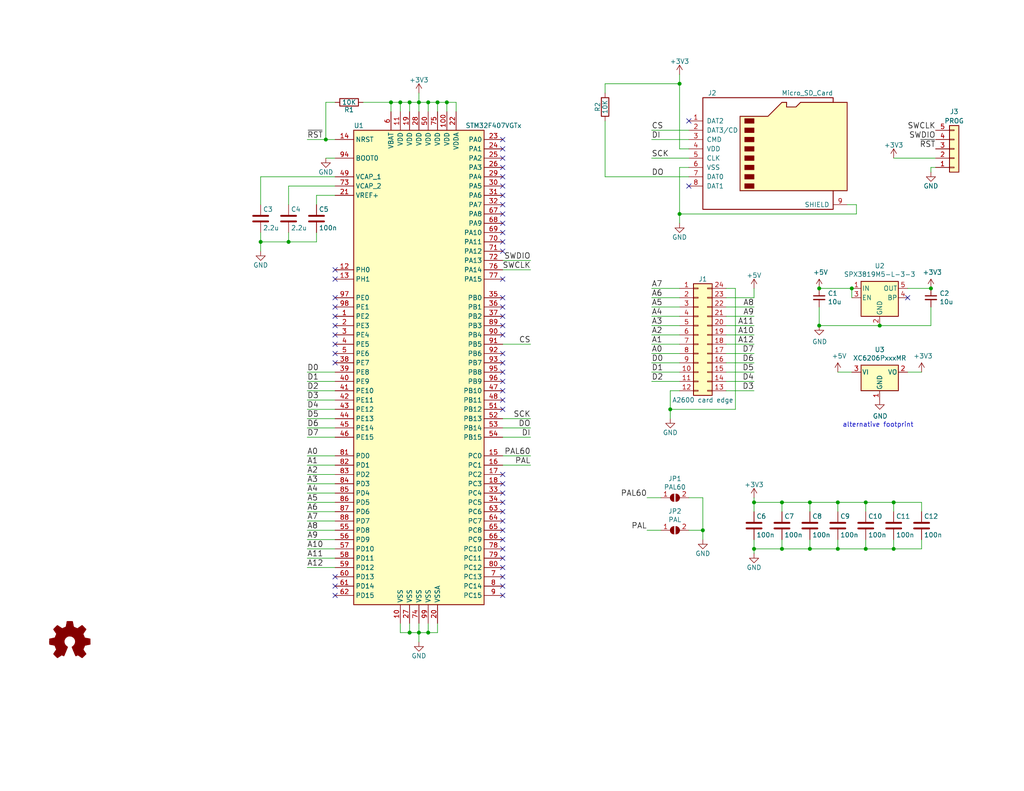
<source format=kicad_sch>
(kicad_sch (version 20230121) (generator eeschema)
  (paper "USLetter")
  (title_block (title "UnoCart 2600") (date "2023-03-01") (rev "0.1") (company "FLACO 2023") (comment 1 "Original idea and design : https://github.com/robinhedwards/UnoCart-2600") (comment 2 "Inspired by : https://github.com/rglenn/unocart2600-pcb"))
  (lib_symbols
    (symbol "Connector:Micro_SD_Card" (pin_names (offset 1.016))
      (property "Reference" "J" (at -16.51 15.24 0))
      (property "Value" "Micro_SD_Card" (at 16.51 15.24 0))
      (symbol "Micro_SD_Card_0_1"
        (rectangle (start -7.62 -9.525) (end -5.08 -10.795) (fill (type outline)))
        (rectangle (start -7.62 -6.985) (end -5.08 -8.255) (fill (type outline)))
        (rectangle (start -7.62 -4.445) (end -5.08 -5.715) (fill (type outline)))
        (rectangle (start -7.62 -1.905) (end -5.08 -3.175) (fill (type outline)))
        (rectangle (start -7.62 0.635) (end -5.08 -0.635) (fill (type outline)))
        (rectangle (start -7.62 3.175) (end -5.08 1.905) (fill (type outline)))
        (rectangle (start -7.62 5.715) (end -5.08 4.445) (fill (type outline)))
        (rectangle (start -7.62 8.255) (end -5.08 6.985) (fill (type outline)))
        (polyline (pts (xy 16.51 12.7) (xy 16.51 13.97) (xy -19.05 13.97) (xy -19.05 -16.51) (xy 16.51 -16.51) (xy 16.51 -11.43)) (stroke (width 0.254)))
        (polyline (pts (xy -8.89 -11.43) (xy -8.89 8.89) (xy -1.27 8.89) (xy 2.54 12.7) (xy 3.81 12.7) (xy 3.81 11.43) (xy 6.35 11.43) (xy 7.62 12.7) (xy 20.32 12.7) (xy 20.32 -11.43) (xy -8.89 -11.43)) (stroke (width 0.254)) (fill (type background)))
      )
      (symbol "Micro_SD_Card_1_1"
        (pin bidirectional line (at -22.86 7.62 0) (length 3.81) (name "DAT2") (number "1"))
        (pin bidirectional line (at -22.86 5.08 0) (length 3.81) (name "DAT3/CD") (number "2"))
        (pin input line (at -22.86 2.54 0) (length 3.81) (name "CMD") (number "3"))
        (pin power_in line (at -22.86 0 0) (length 3.81) (name "VDD") (number "4"))
        (pin input line (at -22.86 -2.54 0) (length 3.81) (name "CLK") (number "5"))
        (pin power_in line (at -22.86 -5.08 0) (length 3.81) (name "VSS") (number "6"))
        (pin bidirectional line (at -22.86 -7.62 0) (length 3.81) (name "DAT0") (number "7"))
        (pin bidirectional line (at -22.86 -10.16 0) (length 3.81) (name "DAT1") (number "8"))
        (pin passive line (at 20.32 -15.24 180) (length 3.81) (name "SHIELD") (number "9"))
      )
    )
    (symbol "Connector_Generic:Conn_01x05" (pin_names (offset 1.016) hide)
      (property "Reference" "J" (at 0 7.62 0))
      (property "Value" "Conn_01x05" (at 0 -7.62 0))
      (symbol "Conn_01x05_1_1"
        (rectangle (start -1.27 -4.953) (end 0 -5.207) (stroke (width 0.1524)))
        (rectangle (start -1.27 -2.413) (end 0 -2.667) (stroke (width 0.1524)))
        (rectangle (start -1.27 0.127) (end 0 -0.127) (stroke (width 0.1524)))
        (rectangle (start -1.27 2.667) (end 0 2.413) (stroke (width 0.1524)))
        (rectangle (start -1.27 5.207) (end 0 4.953) (stroke (width 0.1524)))
        (rectangle (start -1.27 6.35) (end 1.27 -6.35) (stroke (width 0.254)) (fill (type background)))
        (pin passive line (at -5.08 5.08 0) (length 3.81) (name "Pin_1") (number "1"))
        (pin passive line (at -5.08 2.54 0) (length 3.81) (name "Pin_2") (number "2"))
        (pin passive line (at -5.08 0 0) (length 3.81) (name "Pin_3") (number "3"))
        (pin passive line (at -5.08 -2.54 0) (length 3.81) (name "Pin_4") (number "4"))
        (pin passive line (at -5.08 -5.08 0) (length 3.81) (name "Pin_5") (number "5"))
      )
    )
    (symbol "Connector_Generic:Conn_02x12_Counter_Clockwise" (pin_names (offset 1.016) hide)
      (property "Reference" "J" (at 1.27 15.24 0))
      (property "Value" "Conn_02x12_Counter_Clockwise" (at 1.27 -17.78 0))
      (symbol "Conn_02x12_Counter_Clockwise_1_1"
        (rectangle (start -1.27 -15.113) (end 0 -15.367) (stroke (width 0.1524)))
        (rectangle (start -1.27 -12.573) (end 0 -12.827) (stroke (width 0.1524)))
        (rectangle (start -1.27 -10.033) (end 0 -10.287) (stroke (width 0.1524)))
        (rectangle (start -1.27 -7.493) (end 0 -7.747) (stroke (width 0.1524)))
        (rectangle (start -1.27 -4.953) (end 0 -5.207) (stroke (width 0.1524)))
        (rectangle (start -1.27 -2.413) (end 0 -2.667) (stroke (width 0.1524)))
        (rectangle (start -1.27 0.127) (end 0 -0.127) (stroke (width 0.1524)))
        (rectangle (start -1.27 2.667) (end 0 2.413) (stroke (width 0.1524)))
        (rectangle (start -1.27 5.207) (end 0 4.953) (stroke (width 0.1524)))
        (rectangle (start -1.27 7.747) (end 0 7.493) (stroke (width 0.1524)))
        (rectangle (start -1.27 10.287) (end 0 10.033) (stroke (width 0.1524)))
        (rectangle (start -1.27 12.827) (end 0 12.573) (stroke (width 0.1524)))
        (rectangle (start -1.27 13.97) (end 3.81 -16.51) (stroke (width 0.254)) (fill (type background)))
        (rectangle (start 3.81 -15.113) (end 2.54 -15.367) (stroke (width 0.1524)))
        (rectangle (start 3.81 -12.573) (end 2.54 -12.827) (stroke (width 0.1524)))
        (rectangle (start 3.81 -10.033) (end 2.54 -10.287) (stroke (width 0.1524)))
        (rectangle (start 3.81 -7.493) (end 2.54 -7.747) (stroke (width 0.1524)))
        (rectangle (start 3.81 -4.953) (end 2.54 -5.207) (stroke (width 0.1524)))
        (rectangle (start 3.81 -2.413) (end 2.54 -2.667) (stroke (width 0.1524)))
        (rectangle (start 3.81 0.127) (end 2.54 -0.127) (stroke (width 0.1524)))
        (rectangle (start 3.81 2.667) (end 2.54 2.413) (stroke (width 0.1524)))
        (rectangle (start 3.81 5.207) (end 2.54 4.953) (stroke (width 0.1524)))
        (rectangle (start 3.81 7.747) (end 2.54 7.493) (stroke (width 0.1524)))
        (rectangle (start 3.81 10.287) (end 2.54 10.033) (stroke (width 0.1524)))
        (rectangle (start 3.81 12.827) (end 2.54 12.573) (stroke (width 0.1524)))
        (pin passive line (at -5.08 12.7 0) (length 3.81) (name "Pin_1") (number "1"))
        (pin passive line (at -5.08 -10.16 0) (length 3.81) (name "Pin_10") (number "10"))
        (pin passive line (at -5.08 -12.7 0) (length 3.81) (name "Pin_11") (number "11"))
        (pin passive line (at -5.08 -15.24 0) (length 3.81) (name "Pin_12") (number "12"))
        (pin passive line (at 7.62 -15.24 180) (length 3.81) (name "Pin_13") (number "13"))
        (pin passive line (at 7.62 -12.7 180) (length 3.81) (name "Pin_14") (number "14"))
        (pin passive line (at 7.62 -10.16 180) (length 3.81) (name "Pin_15") (number "15"))
        (pin passive line (at 7.62 -7.62 180) (length 3.81) (name "Pin_16") (number "16"))
        (pin passive line (at 7.62 -5.08 180) (length 3.81) (name "Pin_17") (number "17"))
        (pin passive line (at 7.62 -2.54 180) (length 3.81) (name "Pin_18") (number "18"))
        (pin passive line (at 7.62 0 180) (length 3.81) (name "Pin_19") (number "19"))
        (pin passive line (at -5.08 10.16 0) (length 3.81) (name "Pin_2") (number "2"))
        (pin passive line (at 7.62 2.54 180) (length 3.81) (name "Pin_20") (number "20"))
        (pin passive line (at 7.62 5.08 180) (length 3.81) (name "Pin_21") (number "21"))
        (pin passive line (at 7.62 7.62 180) (length 3.81) (name "Pin_22") (number "22"))
        (pin passive line (at 7.62 10.16 180) (length 3.81) (name "Pin_23") (number "23"))
        (pin passive line (at 7.62 12.7 180) (length 3.81) (name "Pin_24") (number "24"))
        (pin passive line (at -5.08 7.62 0) (length 3.81) (name "Pin_3") (number "3"))
        (pin passive line (at -5.08 5.08 0) (length 3.81) (name "Pin_4") (number "4"))
        (pin passive line (at -5.08 2.54 0) (length 3.81) (name "Pin_5") (number "5"))
        (pin passive line (at -5.08 0 0) (length 3.81) (name "Pin_6") (number "6"))
        (pin passive line (at -5.08 -2.54 0) (length 3.81) (name "Pin_7") (number "7"))
        (pin passive line (at -5.08 -5.08 0) (length 3.81) (name "Pin_8") (number "8"))
        (pin passive line (at -5.08 -7.62 0) (length 3.81) (name "Pin_9") (number "9"))
      )
    )
    (symbol "Device:C" (pin_numbers hide) (pin_names (offset 0.254))
      (property "Reference" "C" (at 0.635 2.54 0))
      (property "Value" "C" (at 0.635 -2.54 0))
      (symbol "C_0_1"
        (polyline (pts (xy -2.032 -0.762) (xy 2.032 -0.762)) (stroke (width 0.508)))
        (polyline (pts (xy -2.032 0.762) (xy 2.032 0.762)) (stroke (width 0.508)))
      )
      (symbol "C_1_1"
        (pin passive line (at 0 3.81 270) (length 2.794) (name "~") (number "1"))
        (pin passive line (at 0 -3.81 90) (length 2.794) (name "~") (number "2"))
      )
    )
    (symbol "Device:C_Small" (pin_numbers hide) (pin_names (offset 0.254) hide)
      (property "Reference" "C" (at 0.254 1.778 0))
      (property "Value" "C_Small" (at 0.254 -2.032 0))
      (symbol "C_Small_0_1"
        (polyline (pts (xy -1.524 -0.508) (xy 1.524 -0.508)) (stroke (width 0.3302)))
        (polyline (pts (xy -1.524 0.508) (xy 1.524 0.508)) (stroke (width 0.3048)))
      )
      (symbol "C_Small_1_1"
        (pin passive line (at 0 2.54 270) (length 2.032) (name "~") (number "1"))
        (pin passive line (at 0 -2.54 90) (length 2.032) (name "~") (number "2"))
      )
    )
    (symbol "Device:R" (pin_numbers hide) (pin_names (offset 0))
      (property "Reference" "R" (at 2.032 0 90))
      (property "Value" "R" (at 0 0 90))
      (symbol "R_0_1"
        (rectangle (start -1.016 -2.54) (end 1.016 2.54) (stroke (width 0.254)))
      )
      (symbol "R_1_1"
        (pin passive line (at 0 3.81 270) (length 1.27) (name "~") (number "1"))
        (pin passive line (at 0 -3.81 90) (length 1.27) (name "~") (number "2"))
      )
    )
    (symbol "Graphic:Logo_Open_Hardware_Small" (in_bom no) (on_board no)
      (symbol "Logo_Open_Hardware_Small_0_1"
        (polyline (pts (xy 3.3528 -4.3434) (xy 3.302 -4.318) (xy 3.175 -4.2418) (xy 2.9972 -4.1148) (xy 2.7686 -3.9624) (xy 2.54 -3.81) (xy 2.3622 -3.7084) (xy 2.2352 -3.6068) (xy 2.1844 -3.5814) (xy 2.159 -3.6068) (xy 2.0574 -3.6576) (xy 1.905 -3.7338) (xy 1.8034 -3.7846) (xy 1.6764 -3.8354) (xy 1.6002 -3.8354) (xy 1.6002 -3.8354) (xy 1.5494 -3.7338) (xy 1.4732 -3.5306) (xy 1.3462 -3.302) (xy 1.2446 -3.0226) (xy 1.1176 -2.7178) (xy 0.9652 -2.413) (xy 0.8636 -2.1082) (xy 0.7366 -1.8288) (xy 0.6604 -1.6256) (xy 0.6096 -1.4732) (xy 0.5842 -1.397) (xy 0.5842 -1.397) (xy 0.6604 -1.3208) (xy 0.7874 -1.2446) (xy 1.0414 -1.016) (xy 1.2954 -0.6858) (xy 1.4478 -0.3302) (xy 1.524 0.0762) (xy 1.4732 0.4572) (xy 1.3208 0.8128) (xy 1.0668 1.143) (xy 0.762 1.3716) (xy 0.4064 1.524) (xy 0 1.5748) (xy -0.381 1.5494) (xy -0.7366 1.397) (xy -1.0668 1.143) (xy -1.2192 0.9906) (xy -1.397 0.6604) (xy -1.524 0.3048) (xy -1.524 0.2286) (xy -1.4986 -0.1778) (xy -1.397 -0.5334) (xy -1.1938 -0.8636) (xy -0.9144 -1.143) (xy -0.8636 -1.1684) (xy -0.7366 -1.27) (xy -0.635 -1.3462) (xy -0.5842 -1.397) (xy -1.0668 -2.5908) (xy -1.143 -2.794) (xy -1.2954 -3.1242) (xy -1.397 -3.4036) (xy -1.4986 -3.6322) (xy -1.5748 -3.7846) (xy -1.6002 -3.8354) (xy -1.6002 -3.8354) (xy -1.651 -3.8354) (xy -1.7272 -3.81) (xy -1.905 -3.7338) (xy -2.0066 -3.683) (xy -2.1336 -3.6068) (xy -2.2098 -3.5814) (xy -2.2606 -3.6068) (xy -2.3622 -3.683) (xy -2.54 -3.81) (xy -2.7686 -3.9624) (xy -2.9718 -4.0894) (xy -3.1496 -4.2164) (xy -3.302 -4.318) (xy -3.3528 -4.3434) (xy -3.3782 -4.3434) (xy -3.429 -4.318) (xy -3.5306 -4.2164) (xy -3.7084 -4.064) (xy -3.937 -3.8354) (xy -3.9624 -3.81) (xy -4.1656 -3.6068) (xy -4.318 -3.4544) (xy -4.4196 -3.3274) (xy -4.445 -3.2766) (xy -4.445 -3.2766) (xy -4.4196 -3.2258) (xy -4.318 -3.0734) (xy -4.2164 -2.8956) (xy -4.064 -2.667) (xy -3.6576 -2.0828) (xy -3.8862 -1.5494) (xy -3.937 -1.3716) (xy -4.0386 -1.1684) (xy -4.0894 -1.0414) (xy -4.1148 -0.9652) (xy -4.191 -0.9398) (xy -4.318 -0.9144) (xy -4.5466 -0.8636) (xy -4.8006 -0.8128) (xy -5.0546 -0.7874) (xy -5.2578 -0.7366) (xy -5.4356 -0.7112) (xy -5.5118 -0.6858) (xy -5.5118 -0.6858) (xy -5.5372 -0.635) (xy -5.5372 -0.5588) (xy -5.5372 -0.4318) (xy -5.5626 -0.2286) (xy -5.5626 0.0762) (xy -5.5626 0.127) (xy -5.5372 0.4064) (xy -5.5372 0.635) (xy -5.5372 0.762) (xy -5.5372 0.8382) (xy -5.5372 0.8382) (xy -5.461 0.8382) (xy -5.3086 0.889) (xy -5.08 0.9144) (xy -4.826 0.9652) (xy -4.8006 0.9906) (xy -4.5466 1.0414) (xy -4.318 1.0668) (xy -4.1656 1.1176) (xy -4.0894 1.143) (xy -4.0894 1.143) (xy -4.0386 1.2446) (xy -3.9624 1.4224) (xy -3.8608 1.6256) (xy -3.7846 1.8288) (xy -3.7084 2.0066) (xy -3.6576 2.159) (xy -3.6322 2.2098) (xy -3.6322 2.2098) (xy -3.683 2.286) (xy -3.7592 2.413) (xy -3.8862 2.5908) (xy -4.064 2.8194) (xy -4.064 2.8448) (xy -4.2164 3.0734) (xy -4.3434 3.2512) (xy -4.4196 3.3782) (xy -4.445 3.4544) (xy -4.445 3.4544) (xy -4.3942 3.5052) (xy -4.2926 3.6322) (xy -4.1148 3.81) (xy -3.937 4.0132) (xy -3.8608 4.064) (xy -3.6576 4.2926) (xy -3.5052 4.4196) (xy -3.4036 4.4958) (xy -3.3528 4.5212) (xy -3.3528 4.5212) (xy -3.302 4.4704) (xy -3.1496 4.3688) (xy -2.9718 4.2418) (xy -2.7432 4.0894) (xy -2.7178 4.0894) (xy -2.4892 3.937) (xy -2.3114 3.81) (xy -2.1844 3.7084) (xy -2.1336 3.683) (xy -2.1082 3.683) (xy -2.032 3.7084) (xy -1.8542 3.7592) (xy -1.6764 3.8354) (xy -1.4732 3.937) (xy -1.27 4.0132) (xy -1.143 4.064) (xy -1.0668 4.1148) (xy -1.0668 4.1148) (xy -1.0414 4.191) (xy -1.016 4.3434) (xy -0.9652 4.572) (xy -0.9144 4.8514) (xy -0.889 4.9022) (xy -0.8382 5.1562) (xy -0.8128 5.3848) (xy -0.7874 5.5372) (xy -0.762 5.588) (xy -0.7112 5.6134) (xy -0.5842 5.6134) (xy -0.4064 5.6134) (xy -0.1524 5.6134) (xy 0.0762 5.6134) (xy 0.3302 5.6134) (xy 0.5334 5.6134) (xy 0.6858 5.588) (xy 0.7366 5.588) (xy 0.7366 5.588) (xy 0.762 5.5118) (xy 0.8128 5.334) (xy 0.8382 5.1054) (xy 0.9144 4.826) (xy 0.9144 4.7752) (xy 0.9652 4.5212) (xy 1.016 4.2926) (xy 1.0414 4.1402) (xy 1.0668 4.0894) (xy 1.0668 4.0894) (xy 1.1938 4.0386) (xy 1.3716 3.9624) (xy 1.5748 3.8608) (xy 2.0828 3.6576) (xy 2.7178 4.0894) (xy 2.7686 4.1402) (xy 2.9972 4.2926) (xy 3.175 4.4196) (xy 3.302 4.4958) (xy 3.3782 4.5212) (xy 3.3782 4.5212) (xy 3.429 4.4704) (xy 3.556 4.3434) (xy 3.7338 4.191) (xy 3.9116 3.9878) (xy 4.064 3.8354) (xy 4.2418 3.6576) (xy 4.3434 3.556) (xy 4.4196 3.4798) (xy 4.4196 3.429) (xy 4.4196 3.4036) (xy 4.3942 3.3274) (xy 4.2926 3.2004) (xy 4.1656 2.9972) (xy 4.0132 2.794) (xy 3.8862 2.5908) (xy 3.7592 2.3876) (xy 3.6576 2.2352) (xy 3.6322 2.159) (xy 3.6322 2.1336) (xy 3.683 2.0066) (xy 3.7592 1.8288) (xy 3.8608 1.6002) (xy 4.064 1.1176) (xy 4.3942 1.0414) (xy 4.5974 1.016) (xy 4.8768 0.9652) (xy 5.1308 0.9144) (xy 5.5372 0.8382) (xy 5.5626 -0.6604) (xy 5.4864 -0.6858) (xy 5.4356 -0.6858) (xy 5.2832 -0.7366) (xy 5.0546 -0.762) (xy 4.8006 -0.8128) (xy 4.5974 -0.8636) (xy 4.3688 -0.9144) (xy 4.2164 -0.9398) (xy 4.1402 -0.9398) (xy 4.1148 -0.9652) (xy 4.064 -1.0668) (xy 3.9878 -1.2446) (xy 3.9116 -1.4478) (xy 3.81 -1.651) (xy 3.7338 -1.8542) (xy 3.683 -2.0066) (xy 3.6576 -2.0828) (xy 3.683 -2.1336) (xy 3.7846 -2.2606) (xy 3.8862 -2.4638) (xy 4.0386 -2.667) (xy 4.191 -2.8956) (xy 4.318 -3.0734) (xy 4.3942 -3.2004) (xy 4.445 -3.2766) (xy 4.4196 -3.3274) (xy 4.3434 -3.429) (xy 4.1656 -3.5814) (xy 3.937 -3.8354) (xy 3.8862 -3.8608) (xy 3.683 -4.064) (xy 3.5306 -4.2164) (xy 3.4036 -4.318) (xy 3.3528 -4.3434)) (fill (type outline)))
      )
    )
    (symbol "Jumper:SolderJumper_2_Open" (pin_names (offset 0) hide)
      (property "Reference" "JP" (at 0 2.032 0))
      (property "Value" "SolderJumper_2_Open" (at 0 -2.54 0))
      (symbol "SolderJumper_2_Open_0_1"
        (arc (start -0.254 1.016) (mid -1.2656 0) (end -0.254 -1.016))
        (arc (start -0.254 1.016) (mid -1.2656 0) (end -0.254 -1.016) (fill (type outline)))
        (polyline (pts (xy -0.254 1.016) (xy -0.254 -1.016)))
        (polyline (pts (xy 0.254 1.016) (xy 0.254 -1.016)))
        (arc (start 0.254 -1.016) (mid 1.2656 0) (end 0.254 1.016))
        (arc (start 0.254 -1.016) (mid 1.2656 0) (end 0.254 1.016) (fill (type outline)))
      )
      (symbol "SolderJumper_2_Open_1_1"
        (pin passive line (at -3.81 0 0) (length 2.54) (name "A") (number "1"))
        (pin passive line (at 3.81 0 180) (length 2.54) (name "B") (number "2"))
      )
    )
    (symbol "MCU_ST_STM32F41:STM32F407VGTx"
      (property "Reference" "U" (at -17.78 64.77 0))
      (property "Value" "STM32F407VGTx" (at 12.7 64.77 0))
      (symbol "STM32F407VGTx_0_1"
        (rectangle (start -17.78 -66.04) (end 17.78 63.5) (stroke (width 0.254)) (fill (type background)))
      )
      (symbol "STM32F407VGTx_1_1"
        (pin bidirectional line (at -22.86 12.7 0) (length 5.08) (name "PE2") (number "1"))
        (pin power_in line (at -5.08 -71.12 90) (length 5.08) (name "VSS") (number "10"))
        (pin power_in line (at 7.62 68.58 270) (length 5.08) (name "VDD") (number "100"))
        (pin power_in line (at -5.08 68.58 270) (length 5.08) (name "VDD") (number "11"))
        (pin input line (at -22.86 25.4 0) (length 5.08) (name "PH0") (number "12"))
        (pin input line (at -22.86 22.86 0) (length 5.08) (name "PH1") (number "13"))
        (pin input line (at -22.86 60.96 0) (length 5.08) (name "NRST") (number "14"))
        (pin bidirectional line (at 22.86 -25.4 180) (length 5.08) (name "PC0") (number "15"))
        (pin bidirectional line (at 22.86 -27.94 180) (length 5.08) (name "PC1") (number "16"))
        (pin bidirectional line (at 22.86 -30.48 180) (length 5.08) (name "PC2") (number "17"))
        (pin bidirectional line (at 22.86 -33.02 180) (length 5.08) (name "PC3") (number "18"))
        (pin power_in line (at -2.54 68.58 270) (length 5.08) (name "VDD") (number "19"))
        (pin bidirectional line (at -22.86 10.16 0) (length 5.08) (name "PE3") (number "2"))
        (pin power_in line (at 5.08 -71.12 90) (length 5.08) (name "VSSA") (number "20"))
        (pin power_in line (at -22.86 45.72 0) (length 5.08) (name "VREF+") (number "21"))
        (pin power_in line (at 10.16 68.58 270) (length 5.08) (name "VDDA") (number "22"))
        (pin bidirectional line (at 22.86 60.96 180) (length 5.08) (name "PA0") (number "23"))
        (pin bidirectional line (at 22.86 58.42 180) (length 5.08) (name "PA1") (number "24"))
        (pin bidirectional line (at 22.86 55.88 180) (length 5.08) (name "PA2") (number "25"))
        (pin bidirectional line (at 22.86 53.34 180) (length 5.08) (name "PA3") (number "26"))
        (pin power_in line (at -2.54 -71.12 90) (length 5.08) (name "VSS") (number "27"))
        (pin power_in line (at 0 68.58 270) (length 5.08) (name "VDD") (number "28"))
        (pin bidirectional line (at 22.86 50.8 180) (length 5.08) (name "PA4") (number "29"))
        (pin bidirectional line (at -22.86 7.62 0) (length 5.08) (name "PE4") (number "3"))
        (pin bidirectional line (at 22.86 48.26 180) (length 5.08) (name "PA5") (number "30"))
        (pin bidirectional line (at 22.86 45.72 180) (length 5.08) (name "PA6") (number "31"))
        (pin bidirectional line (at 22.86 43.18 180) (length 5.08) (name "PA7") (number "32"))
        (pin bidirectional line (at 22.86 -35.56 180) (length 5.08) (name "PC4") (number "33"))
        (pin bidirectional line (at 22.86 -38.1 180) (length 5.08) (name "PC5") (number "34"))
        (pin bidirectional line (at 22.86 17.78 180) (length 5.08) (name "PB0") (number "35"))
        (pin bidirectional line (at 22.86 15.24 180) (length 5.08) (name "PB1") (number "36"))
        (pin bidirectional line (at 22.86 12.7 180) (length 5.08) (name "PB2") (number "37"))
        (pin bidirectional line (at -22.86 0 0) (length 5.08) (name "PE7") (number "38"))
        (pin bidirectional line (at -22.86 -2.54 0) (length 5.08) (name "PE8") (number "39"))
        (pin bidirectional line (at -22.86 5.08 0) (length 5.08) (name "PE5") (number "4"))
        (pin bidirectional line (at -22.86 -5.08 0) (length 5.08) (name "PE9") (number "40"))
        (pin bidirectional line (at -22.86 -7.62 0) (length 5.08) (name "PE10") (number "41"))
        (pin bidirectional line (at -22.86 -10.16 0) (length 5.08) (name "PE11") (number "42"))
        (pin bidirectional line (at -22.86 -12.7 0) (length 5.08) (name "PE12") (number "43"))
        (pin bidirectional line (at -22.86 -15.24 0) (length 5.08) (name "PE13") (number "44"))
        (pin bidirectional line (at -22.86 -17.78 0) (length 5.08) (name "PE14") (number "45"))
        (pin bidirectional line (at -22.86 -20.32 0) (length 5.08) (name "PE15") (number "46"))
        (pin bidirectional line (at 22.86 -7.62 180) (length 5.08) (name "PB10") (number "47"))
        (pin bidirectional line (at 22.86 -10.16 180) (length 5.08) (name "PB11") (number "48"))
        (pin power_in line (at -22.86 50.8 0) (length 5.08) (name "VCAP_1") (number "49"))
        (pin bidirectional line (at -22.86 2.54 0) (length 5.08) (name "PE6") (number "5"))
        (pin power_in line (at 2.54 68.58 270) (length 5.08) (name "VDD") (number "50"))
        (pin bidirectional line (at 22.86 -12.7 180) (length 5.08) (name "PB12") (number "51"))
        (pin bidirectional line (at 22.86 -15.24 180) (length 5.08) (name "PB13") (number "52"))
        (pin bidirectional line (at 22.86 -17.78 180) (length 5.08) (name "PB14") (number "53"))
        (pin bidirectional line (at 22.86 -20.32 180) (length 5.08) (name "PB15") (number "54"))
        (pin bidirectional line (at -22.86 -45.72 0) (length 5.08) (name "PD8") (number "55"))
        (pin bidirectional line (at -22.86 -48.26 0) (length 5.08) (name "PD9") (number "56"))
        (pin bidirectional line (at -22.86 -50.8 0) (length 5.08) (name "PD10") (number "57"))
        (pin bidirectional line (at -22.86 -53.34 0) (length 5.08) (name "PD11") (number "58"))
        (pin bidirectional line (at -22.86 -55.88 0) (length 5.08) (name "PD12") (number "59"))
        (pin power_in line (at -7.62 68.58 270) (length 5.08) (name "VBAT") (number "6"))
        (pin bidirectional line (at -22.86 -58.42 0) (length 5.08) (name "PD13") (number "60"))
        (pin bidirectional line (at -22.86 -60.96 0) (length 5.08) (name "PD14") (number "61"))
        (pin bidirectional line (at -22.86 -63.5 0) (length 5.08) (name "PD15") (number "62"))
        (pin bidirectional line (at 22.86 -40.64 180) (length 5.08) (name "PC6") (number "63"))
        (pin bidirectional line (at 22.86 -43.18 180) (length 5.08) (name "PC7") (number "64"))
        (pin bidirectional line (at 22.86 -45.72 180) (length 5.08) (name "PC8") (number "65"))
        (pin bidirectional line (at 22.86 -48.26 180) (length 5.08) (name "PC9") (number "66"))
        (pin bidirectional line (at 22.86 40.64 180) (length 5.08) (name "PA8") (number "67"))
        (pin bidirectional line (at 22.86 38.1 180) (length 5.08) (name "PA9") (number "68"))
        (pin bidirectional line (at 22.86 35.56 180) (length 5.08) (name "PA10") (number "69"))
        (pin bidirectional line (at 22.86 -58.42 180) (length 5.08) (name "PC13") (number "7"))
        (pin bidirectional line (at 22.86 33.02 180) (length 5.08) (name "PA11") (number "70"))
        (pin bidirectional line (at 22.86 30.48 180) (length 5.08) (name "PA12") (number "71"))
        (pin bidirectional line (at 22.86 27.94 180) (length 5.08) (name "PA13") (number "72"))
        (pin power_in line (at -22.86 48.26 0) (length 5.08) (name "VCAP_2") (number "73"))
        (pin power_in line (at 0 -71.12 90) (length 5.08) (name "VSS") (number "74"))
        (pin power_in line (at 5.08 68.58 270) (length 5.08) (name "VDD") (number "75"))
        (pin bidirectional line (at 22.86 25.4 180) (length 5.08) (name "PA14") (number "76"))
        (pin bidirectional line (at 22.86 22.86 180) (length 5.08) (name "PA15") (number "77"))
        (pin bidirectional line (at 22.86 -50.8 180) (length 5.08) (name "PC10") (number "78"))
        (pin bidirectional line (at 22.86 -53.34 180) (length 5.08) (name "PC11") (number "79"))
        (pin bidirectional line (at 22.86 -60.96 180) (length 5.08) (name "PC14") (number "8"))
        (pin bidirectional line (at 22.86 -55.88 180) (length 5.08) (name "PC12") (number "80"))
        (pin bidirectional line (at -22.86 -25.4 0) (length 5.08) (name "PD0") (number "81"))
        (pin bidirectional line (at -22.86 -27.94 0) (length 5.08) (name "PD1") (number "82"))
        (pin bidirectional line (at -22.86 -30.48 0) (length 5.08) (name "PD2") (number "83"))
        (pin bidirectional line (at -22.86 -33.02 0) (length 5.08) (name "PD3") (number "84"))
        (pin bidirectional line (at -22.86 -35.56 0) (length 5.08) (name "PD4") (number "85"))
        (pin bidirectional line (at -22.86 -38.1 0) (length 5.08) (name "PD5") (number "86"))
        (pin bidirectional line (at -22.86 -40.64 0) (length 5.08) (name "PD6") (number "87"))
        (pin bidirectional line (at -22.86 -43.18 0) (length 5.08) (name "PD7") (number "88"))
        (pin bidirectional line (at 22.86 10.16 180) (length 5.08) (name "PB3") (number "89"))
        (pin bidirectional line (at 22.86 -63.5 180) (length 5.08) (name "PC15") (number "9"))
        (pin bidirectional line (at 22.86 7.62 180) (length 5.08) (name "PB4") (number "90"))
        (pin bidirectional line (at 22.86 5.08 180) (length 5.08) (name "PB5") (number "91"))
        (pin bidirectional line (at 22.86 2.54 180) (length 5.08) (name "PB6") (number "92"))
        (pin bidirectional line (at 22.86 0 180) (length 5.08) (name "PB7") (number "93"))
        (pin input line (at -22.86 55.88 0) (length 5.08) (name "BOOT0") (number "94"))
        (pin bidirectional line (at 22.86 -2.54 180) (length 5.08) (name "PB8") (number "95"))
        (pin bidirectional line (at 22.86 -5.08 180) (length 5.08) (name "PB9") (number "96"))
        (pin bidirectional line (at -22.86 17.78 0) (length 5.08) (name "PE0") (number "97"))
        (pin bidirectional line (at -22.86 15.24 0) (length 5.08) (name "PE1") (number "98"))
        (pin power_in line (at 2.54 -71.12 90) (length 5.08) (name "VSS") (number "99"))
      )
    )
    (symbol "Regulator_Linear:SPX3819M5-L-3-3" (pin_names (offset 0.254))
      (property "Reference" "U" (at -3.81 5.715 0))
      (property "Value" "SPX3819M5-L-3-3" (at 0 5.715 0))
      (symbol "SPX3819M5-L-3-3_0_1"
        (rectangle (start -5.08 4.445) (end 5.08 -5.08) (stroke (width 0.254)) (fill (type background)))
      )
      (symbol "SPX3819M5-L-3-3_1_1"
        (pin power_in line (at -7.62 2.54 0) (length 2.54) (name "IN") (number "1"))
        (pin power_in line (at 0 -7.62 90) (length 2.54) (name "GND") (number "2"))
        (pin input line (at -7.62 0 0) (length 2.54) (name "EN") (number "3"))
        (pin input line (at 7.62 0 180) (length 2.54) (name "BP") (number "4"))
        (pin power_out line (at 7.62 2.54 180) (length 2.54) (name "OUT") (number "5"))
      )
    )
    (symbol "Regulator_Linear:XC6206PxxxMR" (pin_names (offset 0.254))
      (property "Reference" "U" (at -3.81 3.175 0))
      (property "Value" "XC6206PxxxMR" (at 0 3.175 0))
      (symbol "XC6206PxxxMR_0_1"
        (rectangle (start -5.08 1.905) (end 5.08 -5.08) (stroke (width 0.254)) (fill (type background)))
      )
      (symbol "XC6206PxxxMR_1_1"
        (pin power_in line (at 0 -7.62 90) (length 2.54) (name "GND") (number "1"))
        (pin power_out line (at 7.62 0 180) (length 2.54) (name "VO") (number "2"))
        (pin power_in line (at -7.62 0 0) (length 2.54) (name "VI") (number "3"))
      )
    )
    (symbol "power:+3.3V" (power) (pin_names (offset 0))
      (property "Value" "+3.3V" (at 0 3.556 0))
      (symbol "+3.3V_0_1"
        (polyline (pts (xy -0.762 1.27) (xy 0 2.54)))
        (polyline (pts (xy 0 0) (xy 0 2.54)))
        (polyline (pts (xy 0 2.54) (xy 0.762 1.27)))
      )
      (symbol "+3.3V_1_1"
        (pin power_in line (at 0 0 90) (length 0) hide (name "+3V3") (number "1"))
      )
    )
    (symbol "power:+3V3" (power) (pin_names (offset 0))
      (property "Value" "+3V3" (at 0 3.556 0))
      (symbol "+3V3_0_1"
        (polyline (pts (xy -0.762 1.27) (xy 0 2.54)))
        (polyline (pts (xy 0 0) (xy 0 2.54)))
        (polyline (pts (xy 0 2.54) (xy 0.762 1.27)))
      )
      (symbol "+3V3_1_1"
        (pin power_in line (at 0 0 90) (length 0) hide (name "+3V3") (number "1"))
      )
    )
    (symbol "power:+5V" (power) (pin_names (offset 0))
      (property "Value" "+5V" (at 0 3.556 0))
      (symbol "+5V_0_1"
        (polyline (pts (xy -0.762 1.27) (xy 0 2.54)))
        (polyline (pts (xy 0 0) (xy 0 2.54)))
        (polyline (pts (xy 0 2.54) (xy 0.762 1.27)))
      )
      (symbol "+5V_1_1"
        (pin power_in line (at 0 0 90) (length 0) hide (name "+5V") (number "1"))
      )
    )
    (symbol "power:GND" (power) (pin_names (offset 0))
      (property "Value" "GND" (at 0 -3.81 0))
      (symbol "GND_0_1"
        (polyline (pts (xy 0 0) (xy 0 -1.27) (xy 1.27 -1.27) (xy 0 -2.54) (xy -1.27 -1.27) (xy 0 -1.27)))
      )
      (symbol "GND_1_1"
        (pin power_in line (at 0 0 270) (length 0) hide (name "GND") (number "1"))
      )
    )
  )
  (junction (at 205.74 149.86))
  (junction (at 213.36 137.16))
  (junction (at 185.42 58.42))
  (junction (at 111.76 27.94))
  (junction (at 114.3 172.72))
  (junction (at 236.22 149.86))
  (junction (at 116.84 172.72))
  (junction (at 243.84 137.16))
  (junction (at 240.03 88.9))
  (junction (at 182.88 111.76))
  (junction (at 88.9 38.1))
  (junction (at 223.52 88.9))
  (junction (at 106.68 27.94))
  (junction (at 185.42 22.86))
  (junction (at 116.84 27.94))
  (junction (at 213.36 149.86))
  (junction (at 78.74 66.04))
  (junction (at 114.3 27.94))
  (junction (at 232.41 78.74))
  (junction (at 71.12 66.04))
  (junction (at 243.84 149.86))
  (junction (at 111.76 172.72))
  (junction (at 191.77 144.78))
  (junction (at 220.98 137.16))
  (junction (at 119.38 27.94))
  (junction (at 223.52 78.74))
  (junction (at 228.6 149.86))
  (junction (at 109.22 27.94))
  (junction (at 228.6 137.16))
  (junction (at 220.98 149.86))
  (junction (at 121.92 27.94))
  (junction (at 205.74 137.16))
  (junction (at 254 78.74))
  (junction (at 236.22 137.16))
  (no_connect (at 91.44 86.36))
  (no_connect (at 91.44 157.48))
  (no_connect (at 137.16 45.72))
  (no_connect (at 137.16 43.18))
  (no_connect (at 137.16 139.7))
  (no_connect (at 91.44 160.02))
  (no_connect (at 137.16 137.16))
  (no_connect (at 91.44 96.52))
  (no_connect (at 137.16 104.14))
  (no_connect (at 137.16 55.88))
  (no_connect (at 137.16 132.08))
  (no_connect (at 137.16 86.36))
  (no_connect (at 137.16 83.82))
  (no_connect (at 137.16 68.58))
  (no_connect (at 91.44 81.28))
  (no_connect (at 137.16 149.86))
  (no_connect (at 137.16 152.4))
  (no_connect (at 91.44 99.06))
  (no_connect (at 137.16 40.64))
  (no_connect (at 91.44 162.56))
  (no_connect (at 137.16 96.52))
  (no_connect (at 137.16 99.06))
  (no_connect (at 137.16 109.22))
  (no_connect (at 137.16 91.44))
  (no_connect (at 137.16 53.34))
  (no_connect (at 137.16 63.5))
  (no_connect (at 91.44 76.2))
  (no_connect (at 137.16 101.6))
  (no_connect (at 137.16 38.1))
  (no_connect (at 137.16 58.42))
  (no_connect (at 137.16 147.32))
  (no_connect (at 187.96 50.8))
  (no_connect (at 137.16 106.68))
  (no_connect (at 91.44 93.98))
  (no_connect (at 91.44 73.66))
  (no_connect (at 137.16 129.54))
  (no_connect (at 137.16 154.94))
  (no_connect (at 137.16 81.28))
  (no_connect (at 91.44 83.82))
  (no_connect (at 137.16 157.48))
  (no_connect (at 137.16 50.8))
  (no_connect (at 137.16 142.24))
  (no_connect (at 187.96 33.02))
  (no_connect (at 247.65 81.28))
  (no_connect (at 91.44 91.44))
  (no_connect (at 137.16 134.62))
  (no_connect (at 137.16 162.56))
  (no_connect (at 137.16 111.76))
  (no_connect (at 137.16 160.02))
  (no_connect (at 137.16 88.9))
  (no_connect (at 137.16 60.96))
  (no_connect (at 137.16 144.78))
  (no_connect (at 137.16 76.2))
  (no_connect (at 137.16 66.04))
  (no_connect (at 137.16 48.26))
  (no_connect (at 91.44 88.9))
  (wire (pts (xy 228.6 139.7) (xy 228.6 137.16)))
  (wire (pts (xy 177.8 81.28) (xy 185.42 81.28)))
  (wire (pts (xy 185.42 83.82) (xy 177.8 83.82)))
  (wire (pts (xy 165.1 48.26) (xy 165.1 33.02)))
  (wire (pts (xy 185.42 93.98) (xy 177.8 93.98)))
  (wire (pts (xy 198.12 83.82) (xy 205.74 83.82)))
  (wire (pts (xy 220.98 137.16) (xy 228.6 137.16)))
  (wire (pts (xy 137.16 116.84) (xy 144.78 116.84)))
  (wire (pts (xy 177.8 38.1) (xy 187.96 38.1)))
  (wire (pts (xy 83.82 106.68) (xy 91.44 106.68)))
  (wire (pts (xy 109.22 27.94) (xy 111.76 27.94)))
  (wire (pts (xy 83.82 154.94) (xy 91.44 154.94)))
  (wire (pts (xy 165.1 48.26) (xy 187.96 48.26)))
  (wire (pts (xy 91.44 109.22) (xy 83.82 109.22)))
  (wire (pts (xy 88.9 38.1) (xy 91.44 38.1)))
  (wire (pts (xy 205.74 137.16) (xy 205.74 139.7)))
  (wire (pts (xy 220.98 147.32) (xy 220.98 149.86)))
  (wire (pts (xy 254 83.82) (xy 254 88.9)))
  (wire (pts (xy 111.76 30.48) (xy 111.76 27.94)))
  (wire (pts (xy 220.98 149.86) (xy 228.6 149.86)))
  (wire (pts (xy 71.12 63.5) (xy 71.12 66.04)))
  (wire (pts (xy 114.3 172.72) (xy 116.84 172.72)))
  (wire (pts (xy 228.6 137.16) (xy 236.22 137.16)))
  (wire (pts (xy 88.9 27.94) (xy 91.44 27.94)))
  (wire (pts (xy 187.96 135.89) (xy 191.77 135.89)))
  (wire (pts (xy 111.76 170.18) (xy 111.76 172.72)))
  (wire (pts (xy 114.3 170.18) (xy 114.3 172.72)))
  (wire (pts (xy 91.44 134.62) (xy 83.82 134.62)))
  (wire (pts (xy 99.06 27.94) (xy 106.68 27.94)))
  (wire (pts (xy 185.42 22.86) (xy 165.1 22.86)))
  (wire (pts (xy 185.42 58.42) (xy 233.68 58.42)))
  (wire (pts (xy 177.8 91.44) (xy 185.42 91.44)))
  (wire (pts (xy 185.42 99.06) (xy 177.8 99.06)))
  (wire (pts (xy 187.96 144.78) (xy 191.77 144.78)))
  (wire (pts (xy 144.78 114.3) (xy 137.16 114.3)))
  (wire (pts (xy 106.68 27.94) (xy 109.22 27.94)))
  (wire (pts (xy 236.22 139.7) (xy 236.22 137.16)))
  (wire (pts (xy 185.42 40.64) (xy 185.42 22.86)))
  (wire (pts (xy 220.98 137.16) (xy 220.98 139.7)))
  (wire (pts (xy 86.36 53.34) (xy 86.36 55.88)))
  (wire (pts (xy 228.6 149.86) (xy 236.22 149.86)))
  (wire (pts (xy 191.77 135.89) (xy 191.77 144.78)))
  (wire (pts (xy 247.65 101.6) (xy 251.46 101.6)))
  (wire (pts (xy 83.82 101.6) (xy 91.44 101.6)))
  (wire (pts (xy 236.22 149.86) (xy 243.84 149.86)))
  (wire (pts (xy 200.66 78.74) (xy 200.66 111.76)))
  (wire (pts (xy 205.74 86.36) (xy 198.12 86.36)))
  (wire (pts (xy 243.84 137.16) (xy 251.46 137.16)))
  (wire (pts (xy 254 45.72) (xy 254 46.99)))
  (wire (pts (xy 144.78 127) (xy 137.16 127)))
  (wire (pts (xy 124.46 27.94) (xy 124.46 30.48)))
  (wire (pts (xy 205.74 137.16) (xy 213.36 137.16)))
  (wire (pts (xy 111.76 172.72) (xy 114.3 172.72)))
  (wire (pts (xy 111.76 27.94) (xy 114.3 27.94)))
  (wire (pts (xy 91.44 114.3) (xy 83.82 114.3)))
  (wire (pts (xy 198.12 91.44) (xy 205.74 91.44)))
  (wire (pts (xy 86.36 66.04) (xy 86.36 63.5)))
  (wire (pts (xy 187.96 43.18) (xy 177.8 43.18)))
  (wire (pts (xy 71.12 66.04) (xy 78.74 66.04)))
  (wire (pts (xy 185.42 22.86) (xy 185.42 20.32)))
  (wire (pts (xy 255.27 45.72) (xy 254 45.72)))
  (wire (pts (xy 83.82 139.7) (xy 91.44 139.7)))
  (wire (pts (xy 121.92 27.94) (xy 124.46 27.94)))
  (wire (pts (xy 182.88 111.76) (xy 182.88 114.3)))
  (wire (pts (xy 213.36 137.16) (xy 213.36 139.7)))
  (wire (pts (xy 232.41 78.74) (xy 223.52 78.74)))
  (wire (pts (xy 205.74 88.9) (xy 198.12 88.9)))
  (wire (pts (xy 180.34 135.89) (xy 176.53 135.89)))
  (wire (pts (xy 91.44 53.34) (xy 86.36 53.34)))
  (wire (pts (xy 243.84 149.86) (xy 243.84 147.32)))
  (wire (pts (xy 109.22 172.72) (xy 111.76 172.72)))
  (wire (pts (xy 187.96 45.72) (xy 185.42 45.72)))
  (wire (pts (xy 213.36 137.16) (xy 220.98 137.16)))
  (wire (pts (xy 83.82 149.86) (xy 91.44 149.86)))
  (wire (pts (xy 223.52 88.9) (xy 223.52 83.82)))
  (wire (pts (xy 182.88 106.68) (xy 185.42 106.68)))
  (wire (pts (xy 233.68 58.42) (xy 233.68 55.88)))
  (wire (pts (xy 243.84 43.18) (xy 255.27 43.18)))
  (wire (pts (xy 198.12 78.74) (xy 200.66 78.74)))
  (wire (pts (xy 106.68 30.48) (xy 106.68 27.94)))
  (wire (pts (xy 144.78 71.12) (xy 137.16 71.12)))
  (wire (pts (xy 228.6 147.32) (xy 228.6 149.86)))
  (wire (pts (xy 198.12 96.52) (xy 205.74 96.52)))
  (wire (pts (xy 177.8 96.52) (xy 185.42 96.52)))
  (wire (pts (xy 251.46 149.86) (xy 251.46 147.32)))
  (wire (pts (xy 114.3 27.94) (xy 116.84 27.94)))
  (wire (pts (xy 78.74 50.8) (xy 78.74 55.88)))
  (wire (pts (xy 205.74 149.86) (xy 213.36 149.86)))
  (wire (pts (xy 198.12 101.6) (xy 205.74 101.6)))
  (wire (pts (xy 185.42 45.72) (xy 185.42 58.42)))
  (wire (pts (xy 91.44 116.84) (xy 83.82 116.84)))
  (wire (pts (xy 91.44 129.54) (xy 83.82 129.54)))
  (wire (pts (xy 185.42 88.9) (xy 177.8 88.9)))
  (wire (pts (xy 116.84 30.48) (xy 116.84 27.94)))
  (wire (pts (xy 144.78 124.46) (xy 137.16 124.46)))
  (wire (pts (xy 78.74 66.04) (xy 86.36 66.04)))
  (wire (pts (xy 91.44 104.14) (xy 83.82 104.14)))
  (wire (pts (xy 236.22 147.32) (xy 236.22 149.86)))
  (wire (pts (xy 114.3 27.94) (xy 114.3 30.48)))
  (wire (pts (xy 205.74 104.14) (xy 198.12 104.14)))
  (wire (pts (xy 247.65 78.74) (xy 254 78.74)))
  (wire (pts (xy 185.42 78.74) (xy 177.8 78.74)))
  (wire (pts (xy 233.68 55.88) (xy 231.14 55.88)))
  (wire (pts (xy 205.74 93.98) (xy 198.12 93.98)))
  (wire (pts (xy 236.22 137.16) (xy 243.84 137.16)))
  (wire (pts (xy 116.84 170.18) (xy 116.84 172.72)))
  (wire (pts (xy 144.78 73.66) (xy 137.16 73.66)))
  (wire (pts (xy 243.84 137.16) (xy 243.84 139.7)))
  (wire (pts (xy 78.74 66.04) (xy 78.74 63.5)))
  (wire (pts (xy 91.44 152.4) (xy 83.82 152.4)))
  (wire (pts (xy 213.36 149.86) (xy 220.98 149.86)))
  (wire (pts (xy 91.44 142.24) (xy 83.82 142.24)))
  (wire (pts (xy 254 88.9) (xy 240.03 88.9)))
  (wire (pts (xy 144.78 119.38) (xy 137.16 119.38)))
  (wire (pts (xy 232.41 81.28) (xy 232.41 78.74)))
  (wire (pts (xy 91.44 137.16) (xy 83.82 137.16)))
  (wire (pts (xy 116.84 27.94) (xy 119.38 27.94)))
  (wire (pts (xy 191.77 144.78) (xy 191.77 147.32)))
  (wire (pts (xy 119.38 27.94) (xy 121.92 27.94)))
  (wire (pts (xy 187.96 40.64) (xy 185.42 40.64)))
  (wire (pts (xy 116.84 172.72) (xy 119.38 172.72)))
  (wire (pts (xy 109.22 30.48) (xy 109.22 27.94)))
  (wire (pts (xy 213.36 149.86) (xy 213.36 147.32)))
  (wire (pts (xy 144.78 93.98) (xy 137.16 93.98)))
  (wire (pts (xy 185.42 58.42) (xy 185.42 60.96)))
  (wire (pts (xy 71.12 48.26) (xy 71.12 55.88)))
  (wire (pts (xy 177.8 104.14) (xy 185.42 104.14)))
  (wire (pts (xy 182.88 106.68) (xy 182.88 111.76)))
  (wire (pts (xy 243.84 149.86) (xy 251.46 149.86)))
  (wire (pts (xy 119.38 172.72) (xy 119.38 170.18)))
  (wire (pts (xy 109.22 170.18) (xy 109.22 172.72)))
  (wire (pts (xy 83.82 127) (xy 91.44 127)))
  (wire (pts (xy 205.74 149.86) (xy 205.74 151.13)))
  (wire (pts (xy 83.82 111.76) (xy 91.44 111.76)))
  (wire (pts (xy 200.66 111.76) (xy 182.88 111.76)))
  (wire (pts (xy 91.44 147.32) (xy 83.82 147.32)))
  (wire (pts (xy 91.44 48.26) (xy 71.12 48.26)))
  (wire (pts (xy 165.1 22.86) (xy 165.1 25.4)))
  (wire (pts (xy 91.44 124.46) (xy 83.82 124.46)))
  (wire (pts (xy 83.82 132.08) (xy 91.44 132.08)))
  (wire (pts (xy 198.12 106.68) (xy 205.74 106.68)))
  (wire (pts (xy 205.74 135.89) (xy 205.74 137.16)))
  (wire (pts (xy 83.82 144.78) (xy 91.44 144.78)))
  (wire (pts (xy 176.53 144.78) (xy 180.34 144.78)))
  (wire (pts (xy 240.03 88.9) (xy 223.52 88.9)))
  (wire (pts (xy 83.82 38.1) (xy 88.9 38.1)))
  (wire (pts (xy 205.74 78.74) (xy 205.74 81.28)))
  (wire (pts (xy 88.9 38.1) (xy 88.9 27.94)))
  (wire (pts (xy 228.6 101.6) (xy 232.41 101.6)))
  (wire (pts (xy 119.38 30.48) (xy 119.38 27.94)))
  (wire (pts (xy 205.74 99.06) (xy 198.12 99.06)))
  (wire (pts (xy 91.44 50.8) (xy 78.74 50.8)))
  (wire (pts (xy 71.12 66.04) (xy 71.12 68.58)))
  (wire (pts (xy 205.74 149.86) (xy 205.74 147.32)))
  (wire (pts (xy 185.42 101.6) (xy 177.8 101.6)))
  (wire (pts (xy 251.46 137.16) (xy 251.46 139.7)))
  (wire (pts (xy 177.8 35.56) (xy 187.96 35.56)))
  (wire (pts (xy 114.3 25.4) (xy 114.3 27.94)))
  (wire (pts (xy 205.74 81.28) (xy 198.12 81.28)))
  (wire (pts (xy 91.44 43.18) (xy 88.9 43.18)))
  (wire (pts (xy 114.3 172.72) (xy 114.3 175.26)))
  (wire (pts (xy 83.82 119.38) (xy 91.44 119.38)))
  (wire (pts (xy 121.92 30.48) (xy 121.92 27.94)))
  (wire (pts (xy 177.8 86.36) (xy 185.42 86.36)))
  (text "alternative footprint" (at 229.87 116.84 0) (effects (font (size 1.27 1.27)) (justify left bottom)))
  (label "A8" (at 205.74 83.82 180) (effects (font (size 1.524 1.524))))
  (label "A1" (at 177.8 93.98 0) (effects (font (size 1.524 1.524))))
  (label "A1" (at 83.82 127 0) (effects (font (size 1.524 1.524))))
  (label "A9" (at 83.82 147.32 0) (effects (font (size 1.524 1.524))))
  (label "A11" (at 83.82 152.4 0) (effects (font (size 1.524 1.524))))
  (label "~{RST}" (at 83.82 38.1 0) (effects (font (size 1.524 1.524))))
  (label "D2" (at 83.82 106.68 0) (effects (font (size 1.524 1.524))))
  (label "A0" (at 177.8 96.52 0) (effects (font (size 1.524 1.524))))
  (label "A7" (at 83.82 142.24 0) (effects (font (size 1.524 1.524))))
  (label "A3" (at 83.82 132.08 0) (effects (font (size 1.524 1.524))))
  (label "DI" (at 177.8 38.1 0) (effects (font (size 1.524 1.524))))
  (label "SCK" (at 144.78 114.3 180) (effects (font (size 1.524 1.524))))
  (label "DO" (at 177.8 48.26 0) (effects (font (size 1.524 1.524))))
  (label "A10" (at 83.82 149.86 0) (effects (font (size 1.524 1.524))))
  (label "D1" (at 177.8 101.6 0) (effects (font (size 1.524 1.524))))
  (label "D4" (at 205.74 104.14 180) (effects (font (size 1.524 1.524))))
  (label "A7" (at 177.8 78.74 0) (effects (font (size 1.524 1.524))))
  (label "D7" (at 205.74 96.52 180) (effects (font (size 1.524 1.524))))
  (label "D5" (at 83.82 114.3 0) (effects (font (size 1.524 1.524))))
  (label "A12" (at 205.74 93.98 180) (effects (font (size 1.524 1.524))))
  (label "A9" (at 205.74 86.36 180) (effects (font (size 1.524 1.524))))
  (label "D7" (at 83.82 119.38 0) (effects (font (size 1.524 1.524))))
  (label "D2" (at 177.8 104.14 0) (effects (font (size 1.524 1.524))))
  (label "SWCLK" (at 144.78 73.66 180) (effects (font (size 1.524 1.524))))
  (label "A10" (at 205.74 91.44 180) (effects (font (size 1.524 1.524))))
  (label "D3" (at 83.82 109.22 0) (effects (font (size 1.524 1.524))))
  (label "A12" (at 83.82 154.94 0) (effects (font (size 1.524 1.524))))
  (label "A11" (at 205.74 88.9 180) (effects (font (size 1.524 1.524))))
  (label "D1" (at 83.82 104.14 0) (effects (font (size 1.524 1.524))))
  (label "A5" (at 83.82 137.16 0) (effects (font (size 1.524 1.524))))
  (label "D6" (at 83.82 116.84 0) (effects (font (size 1.524 1.524))))
  (label "SWCLK" (at 255.27 35.56 180) (effects (font (size 1.524 1.524))))
  (label "SCK" (at 177.8 43.18 0) (effects (font (size 1.524 1.524))))
  (label "D3" (at 205.74 106.68 180) (effects (font (size 1.524 1.524))))
  (label "D0" (at 83.82 101.6 0) (effects (font (size 1.524 1.524))))
  (label "A4" (at 177.8 86.36 0) (effects (font (size 1.524 1.524))))
  (label "A6" (at 177.8 81.28 0) (effects (font (size 1.524 1.524))))
  (label "~{RST}" (at 255.27 40.64 180) (effects (font (size 1.524 1.524))))
  (label "SWDIO" (at 255.27 38.1 180) (effects (font (size 1.524 1.524))))
  (label "A4" (at 83.82 134.62 0) (effects (font (size 1.524 1.524))))
  (label "DI" (at 144.78 119.38 180) (effects (font (size 1.524 1.524))))
  (label "PAL" (at 176.53 144.78 180) (effects (font (size 1.524 1.524))))
  (label "SWDIO" (at 144.78 71.12 180) (effects (font (size 1.524 1.524))))
  (label "PAL" (at 144.78 127 180) (effects (font (size 1.524 1.524))))
  (label "A3" (at 177.8 88.9 0) (effects (font (size 1.524 1.524))))
  (label "DO" (at 144.78 116.84 180) (effects (font (size 1.524 1.524))))
  (label "D0" (at 177.8 99.06 0) (effects (font (size 1.524 1.524))))
  (label "A8" (at 83.82 144.78 0) (effects (font (size 1.524 1.524))))
  (label "D4" (at 83.82 111.76 0) (effects (font (size 1.524 1.524))))
  (label "A5" (at 177.8 83.82 0) (effects (font (size 1.524 1.524))))
  (label "A0" (at 83.82 124.46 0) (effects (font (size 1.524 1.524))))
  (label "A6" (at 83.82 139.7 0) (effects (font (size 1.524 1.524))))
  (label "D5" (at 205.74 101.6 180) (effects (font (size 1.524 1.524))))
  (label "A2" (at 177.8 91.44 0) (effects (font (size 1.524 1.524))))
  (label "CS" (at 144.78 93.98 180) (effects (font (size 1.524 1.524))))
  (label "PAL60" (at 176.53 135.89 180) (effects (font (size 1.524 1.524))))
  (label "A2" (at 83.82 129.54 0) (effects (font (size 1.524 1.524))))
  (label "D6" (at 205.74 99.06 180) (effects (font (size 1.524 1.524))))
  (label "PAL60" (at 144.78 124.46 180) (effects (font (size 1.524 1.524))))
  (label "CS" (at 177.8 35.56 0) (effects (font (size 1.524 1.524))))
  (symbol (lib_id "Connector_Generic:Conn_02x12_Counter_Clockwise") (at 190.5 91.44 0) (unit 1)
    (property "Reference" "J1" (at 191.77 76.2 0))
    (property "Value" "A2600 card edge" (at 191.77 109.22 0))
    (property "Footprint" "Sassa:Atari2600_Cartridge_2x12_P2.54mm" (effects hide))
  )
  (symbol (lib_id "power:GND") (at 182.88 114.3 0) (unit 1)
    (property "Reference" "#PWR01" (effects hide))
    (property "Value" "GND" (at 182.88 118.11 0))
  )
  (symbol (lib_id "power:+5V") (at 205.74 78.74 0) (unit 1)
    (property "Reference" "#PWR02" (effects hide))
    (property "Value" "+5V" (at 205.74 75.184 0))
  )
  (symbol (lib_id "MCU_ST_STM32F41:STM32F407VGTx") (at 114.3 99.06 0) (unit 1)
    (property "Reference" "U1" (at 96.52 34.29 0) (effects (justify left)))
    (property "Value" "STM32F407VGTx" (at 127 34.29 0) (effects (justify left)))
    (property "Footprint" "Package_QFP:LQFP-100_14x14mm_P0.5mm" (effects hide))
    (property "Datasheet" "http://www.st.com/st-web-ui/static/active/en/resource/technical/document/datasheet/DM00037051.pdf" (effects hide))
  )
  (symbol (lib_id "power:GND") (at 114.3 175.26 0) (unit 1)
    (property "Reference" "#PWR03" (effects hide))
    (property "Value" "GND" (at 114.3 179.07 0))
  )
  (symbol (lib_id "power:+3V3") (at 114.3 25.4 0) (unit 1)
    (property "Reference" "#PWR04" (effects hide))
    (property "Value" "+3V3" (at 114.3 21.844 0))
  )
  (symbol (lib_id "Device:R") (at 95.25 27.94 270) (unit 1)
    (property "Reference" "R1" (at 95.25 29.972 90))
    (property "Value" "10K" (at 95.25 27.94 90))
    (property "Footprint" "Resistor_SMD:R_0805_2012Metric" (effects hide))
  )
  (symbol (lib_id "Device:C") (at 78.74 59.69 0) (unit 1)
    (property "Reference" "C4" (at 79.375 57.15 0) (effects (justify left)))
    (property "Value" "2.2u" (at 79.375 62.23 0) (effects (justify left)))
    (property "Footprint" "Capacitor_SMD:C_0805_2012Metric" (effects hide))
  )
  (symbol (lib_id "Device:C") (at 71.12 59.69 0) (unit 1)
    (property "Reference" "C3" (at 71.755 57.15 0) (effects (justify left)))
    (property "Value" "2.2u" (at 71.755 62.23 0) (effects (justify left)))
    (property "Footprint" "Capacitor_SMD:C_0805_2012Metric" (effects hide))
  )
  (symbol (lib_id "power:GND") (at 71.12 68.58 0) (unit 1)
    (property "Reference" "#PWR05" (effects hide))
    (property "Value" "GND" (at 71.12 72.39 0))
  )
  (symbol (lib_id "Connector:Micro_SD_Card") (at 210.82 40.64 0) (unit 1)
    (property "Reference" "J2" (at 194.31 25.4 0))
    (property "Value" "Micro_SD_Card" (at 227.33 25.4 0) (effects (justify right)))
    (property "Footprint" "Sassa:TFP09-2-12B" (effects hide))
    (property "Datasheet" "http://katalog.we-online.de/em/datasheet/693072010801.pdf" (effects hide))
  )
  (symbol (lib_id "power:GND") (at 185.42 60.96 0) (unit 1)
    (property "Reference" "#PWR06" (effects hide))
    (property "Value" "GND" (at 185.42 64.77 0))
  )
  (symbol (lib_id "power:+3V3") (at 185.42 20.32 0) (unit 1)
    (property "Reference" "#PWR07" (effects hide))
    (property "Value" "+3V3" (at 185.42 16.764 0))
  )
  (symbol (lib_id "Device:C") (at 86.36 59.69 0) (unit 1)
    (property "Reference" "C5" (at 86.995 57.15 0) (effects (justify left)))
    (property "Value" "100n" (at 86.995 62.23 0) (effects (justify left)))
    (property "Footprint" "Capacitor_SMD:C_0805_2012Metric" (effects hide))
  )
  (symbol (lib_id "Device:C") (at 220.98 143.51 0) (unit 1)
    (property "Reference" "C8" (at 221.615 140.97 0) (effects (justify left)))
    (property "Value" "100n" (at 221.615 146.05 0) (effects (justify left)))
    (property "Footprint" "Capacitor_SMD:C_0805_2012Metric" (effects hide))
  )
  (symbol (lib_id "Device:C") (at 228.6 143.51 0) (unit 1)
    (property "Reference" "C9" (at 229.235 140.97 0) (effects (justify left)))
    (property "Value" "100n" (at 229.235 146.05 0) (effects (justify left)))
    (property "Footprint" "Capacitor_SMD:C_0805_2012Metric" (effects hide))
  )
  (symbol (lib_id "Device:C") (at 236.22 143.51 0) (unit 1)
    (property "Reference" "C10" (at 236.855 140.97 0) (effects (justify left)))
    (property "Value" "100n" (at 236.855 146.05 0) (effects (justify left)))
    (property "Footprint" "Capacitor_SMD:C_0805_2012Metric" (effects hide))
  )
  (symbol (lib_id "Device:C") (at 213.36 143.51 0) (unit 1)
    (property "Reference" "C7" (at 213.995 140.97 0) (effects (justify left)))
    (property "Value" "100n" (at 213.995 146.05 0) (effects (justify left)))
    (property "Footprint" "Capacitor_SMD:C_0805_2012Metric" (effects hide))
  )
  (symbol (lib_id "Device:C") (at 205.74 143.51 0) (unit 1)
    (property "Reference" "C6" (at 206.375 140.97 0) (effects (justify left)))
    (property "Value" "100n" (at 206.375 146.05 0) (effects (justify left)))
    (property "Footprint" "Capacitor_SMD:C_0805_2012Metric" (effects hide))
  )
  (symbol (lib_id "Device:C") (at 243.84 143.51 0) (unit 1)
    (property "Reference" "C11" (at 244.475 140.97 0) (effects (justify left)))
    (property "Value" "100n" (at 244.475 146.05 0) (effects (justify left)))
    (property "Footprint" "Capacitor_SMD:C_0805_2012Metric" (effects hide))
  )
  (symbol (lib_id "power:GND") (at 205.74 151.13 0) (unit 1)
    (property "Reference" "#PWR08" (effects hide))
    (property "Value" "GND" (at 205.74 154.94 0))
  )
  (symbol (lib_id "power:+3V3") (at 205.74 135.89 0) (unit 1)
    (property "Reference" "#PWR09" (effects hide))
    (property "Value" "+3V3" (at 205.74 132.334 0))
  )
  (symbol (lib_id "Device:C") (at 251.46 143.51 0) (unit 1)
    (property "Reference" "C12" (at 252.095 140.97 0) (effects (justify left)))
    (property "Value" "100n" (at 252.095 146.05 0) (effects (justify left)))
    (property "Footprint" "Capacitor_SMD:C_0805_2012Metric" (effects hide))
  )
  (symbol (lib_id "power:GND") (at 191.77 147.32 0) (unit 1)
    (property "Reference" "#PWR015" (effects hide))
    (property "Value" "GND" (at 191.77 151.13 0))
  )
  (symbol (lib_id "Device:R") (at 165.1 29.21 180) (unit 1)
    (property "Reference" "R2" (at 163.068 29.21 90))
    (property "Value" "10K" (at 165.1 29.21 90))
    (property "Footprint" "Resistor_SMD:R_0805_2012Metric" (effects hide))
  )
  (symbol (lib_id "Graphic:Logo_Open_Hardware_Small") (at 19.05 175.26 0) (unit 1)
    (property "Reference" "#LOGO1" (effects hide))
    (property "Value" "Logo_Open_Hardware_Small" (effects hide))
    (property "Footprint" "Symbol:OSHW-Symbol_8.9x8mm_SilkScreen" (effects hide))
  )
  (symbol (lib_id "Jumper:SolderJumper_2_Open") (at 184.15 135.89 0) (unit 1)
    (property "Reference" "JP1" (at 184.15 130.683 0))
    (property "Value" "PAL60" (at 184.15 132.9944 0))
    (property "Footprint" "Jumper:SolderJumper-2_P1.3mm_Open_RoundedPad1.0x1.5mm" (effects hide))
  )
  (symbol (lib_id "Jumper:SolderJumper_2_Open") (at 184.15 144.78 0) (unit 1)
    (property "Reference" "JP2" (at 184.15 139.573 0))
    (property "Value" "PAL" (at 184.15 141.8844 0))
    (property "Footprint" "Jumper:SolderJumper-2_P1.3mm_Open_RoundedPad1.0x1.5mm" (effects hide))
  )
  (symbol (lib_id "power:+3V3") (at 243.84 43.18 0) (unit 1)
    (property "Reference" "#PWR013" (effects hide))
    (property "Value" "+3V3" (at 243.84 39.624 0))
  )
  (symbol (lib_id "Device:C_Small") (at 223.52 81.28 0) (unit 1)
    (property "Reference" "C1" (at 225.8568 80.1116 0) (effects (justify left)))
    (property "Value" "10u" (at 225.8568 82.423 0) (effects (justify left)))
    (property "Footprint" "Capacitor_SMD:C_0805_2012Metric" (effects hide))
  )
  (symbol (lib_id "Device:C_Small") (at 254 81.28 0) (unit 1)
    (property "Reference" "C2" (at 256.3368 80.1116 0) (effects (justify left)))
    (property "Value" "10u" (at 256.3368 82.423 0) (effects (justify left)))
    (property "Footprint" "Capacitor_SMD:C_0805_2012Metric" (effects hide))
  )
  (symbol (lib_id "Regulator_Linear:SPX3819M5-L-3-3") (at 240.03 81.28 0) (unit 1)
    (property "Reference" "U2" (at 240.03 72.5932 0))
    (property "Value" "SPX3819M5-L-3-3" (at 240.03 74.9046 0))
    (property "Footprint" "Package_TO_SOT_SMD:SOT-23-5" (effects hide))
    (property "Datasheet" "https://www.exar.com/content/document.ashx?id=22106&languageid=1033&type=Datasheet&partnumber=SPX3819&filename=SPX3819.pdf&part=SPX3819" (effects hide))
  )
  (symbol (lib_id "power:GND") (at 240.03 109.22 0) (unit 1)
    (property "Reference" "#PWR020" (effects hide))
    (property "Value" "GND" (at 240.157 113.6142 0))
  )
  (symbol (lib_id "power:GND") (at 254 46.99 0) (unit 1)
    (property "Reference" "#PWR012" (effects hide))
    (property "Value" "GND" (at 254 50.8 0))
  )
  (symbol (lib_id "power:+3.3V") (at 251.46 101.6 0) (unit 1)
    (property "Reference" "#PWR021" (effects hide))
    (property "Value" "+3.3V" (at 251.841 97.2058 0))
  )
  (symbol (lib_id "power:+3.3V") (at 254 78.74 0) (unit 1)
    (property "Reference" "#PWR018" (effects hide))
    (property "Value" "+3.3V" (at 254.381 74.3458 0))
  )
  (symbol (lib_id "Connector_Generic:Conn_01x05") (at 260.35 40.64 0) (mirror x) (unit 1)
    (property "Reference" "J3" (at 260.35 30.48 0))
    (property "Value" "PROG" (at 260.35 33.02 0))
    (property "Footprint" "Connector_PinHeader_2.54mm:PinHeader_1x05_P2.54mm_Vertical" (effects hide))
  )
  (symbol (lib_id "power:GND") (at 88.9 43.18 0) (unit 1)
    (property "Reference" "#PWR010" (effects hide))
    (property "Value" "GND" (at 88.9 46.99 0))
  )
  (symbol (lib_id "power:+5V") (at 228.6 101.6 0) (unit 1)
    (property "Reference" "#PWR019" (effects hide))
    (property "Value" "+5V" (at 228.981 97.2058 0))
  )
  (symbol (lib_id "power:+5V") (at 223.52 78.74 0) (unit 1)
    (property "Reference" "#PWR016" (effects hide))
    (property "Value" "+5V" (at 223.901 74.3458 0))
  )
  (symbol (lib_id "power:GND") (at 223.52 88.9 0) (unit 1)
    (property "Reference" "#PWR017" (effects hide))
    (property "Value" "GND" (at 223.647 93.2942 0))
  )
  (symbol (lib_id "Regulator_Linear:XC6206PxxxMR") (at 240.03 101.6 0) (unit 1)
    (property "Reference" "U3" (at 240.03 95.4532 0))
    (property "Value" "XC6206PxxxMR" (at 240.03 97.7646 0))
    (property "Footprint" "Sassa:SOT-23" (effects hide))
    (property "Datasheet" "https://www.torexsemi.com/file/xc6206/XC6206.pdf" (effects hide))
  )
)
</source>
